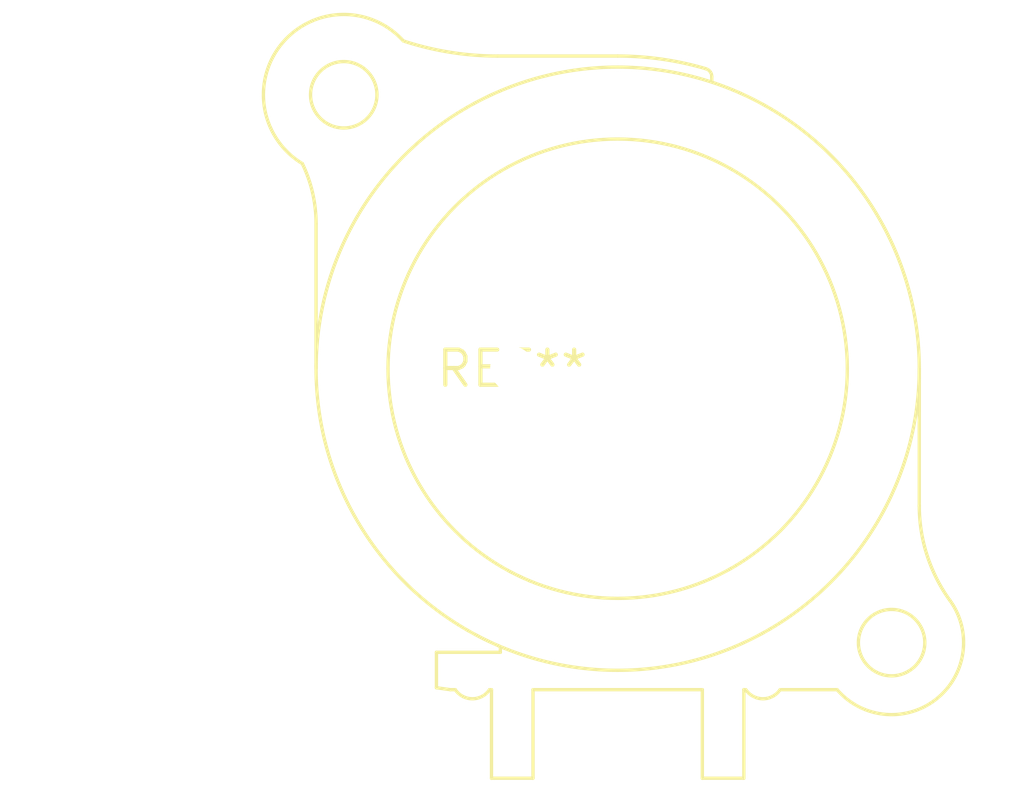
<source format=kicad_pcb>
(kicad_pcb (version 20240108) (generator pcbnew)
  (layers (0 "F.Cu" signal) (31 "B.Cu" signal) (34 "B.Paste" user) (35 "F.Paste" user) (36 "B.SilkS" user "B.Silkscreen") (37 "F.SilkS" user "F.Silkscreen") (38 "B.Mask" user) (39 "F.Mask" user) (44 "Edge.Cuts" user))
  (net 0 "")
  (footprint "Jack_XLR_Neutrik_NC3MAAV-1_Vertical" (layer "F.Cu") (at 0 0)
    (property "Reference" "REF**")
    (property "Value" "Jack_XLR_Neutrik_NC3MAAV-1_Vertical")
    (fp_line (start -7.09 -5.24) (end -7.09 0) (layer "F.SilkS") (stroke (width 0.12)))
    (fp_line (start -2.74 11.53) (end -2.74 10.25) (layer "F.SilkS") (stroke (width 0.12)))
    (fp_line (start -2.74 11.53) (end -2.24 11.6) (layer "F.SilkS") (stroke (width 0.12)))
    (fp_line (start -2.24 11.6) (end -2.06 11.6) (layer "F.SilkS") (stroke (width 0.12)))
    (fp_line (start -0.75 11.6) (end -0.82 11.6) (layer "F.SilkS") (stroke (width 0.12)))
    (fp_line (start -0.75 11.6) (end -0.75 14.8) (layer "F.SilkS") (stroke (width 0.12)))
    (fp_line (start -0.43 10.25) (end -2.74 10.25) (layer "F.SilkS") (stroke (width 0.12)))
    (fp_line (start -0.43 10.25) (end -0.43 10.05) (layer "F.SilkS") (stroke (width 0.12)))
    (fp_line (start 0.75 11.6) (end 0.75 14.8) (layer "F.SilkS") (stroke (width 0.12)))
    (fp_line (start 0.75 11.6) (end 6.87 11.6) (layer "F.SilkS") (stroke (width 0.12)))
    (fp_line (start 0.75 14.8) (end -0.75 14.8) (layer "F.SilkS") (stroke (width 0.12)))
    (fp_line (start 3.81 -11.3) (end -0.53 -11.3) (layer "F.SilkS") (stroke (width 0.12)))
    (fp_line (start 6.87 11.6) (end 6.87 14.8) (layer "F.SilkS") (stroke (width 0.12)))
    (fp_line (start 7.21 -10.36) (end 7.21 -10.55) (layer "F.SilkS") (stroke (width 0.12)))
    (fp_line (start 8.37 11.6) (end 8.37 14.8) (layer "F.SilkS") (stroke (width 0.12)))
    (fp_line (start 8.37 11.6) (end 8.44 11.6) (layer "F.SilkS") (stroke (width 0.12)))
    (fp_line (start 8.37 14.8) (end 6.87 14.8) (layer "F.SilkS") (stroke (width 0.12)))
    (fp_line (start 9.68 11.6) (end 11.74 11.6) (layer "F.SilkS") (stroke (width 0.12)))
    (fp_line (start 14.71 4.95) (end 14.71 0) (layer "F.SilkS") (stroke (width 0.12)))
    (fp_arc (start -7.588965 -7.414421) (mid -8.331551 -11.74403) (end -3.94 -11.85) (layer "F.SilkS") (stroke (width 0.12)))
    (fp_arc (start -7.584615 -7.408295) (mid -7.215222 -6.351997) (end -7.09 -5.24) (layer "F.SilkS") (stroke (width 0.12)))
    (fp_arc (start -0.820521 11.600769) (mid -1.440464 11.928866) (end -2.06 11.6) (layer "F.SilkS") (stroke (width 0.12)))
    (fp_arc (start -0.53 -11.3) (mid -2.253923 -11.43719) (end -3.934451 -11.845305) (layer "F.SilkS") (stroke (width 0.12)))
    (fp_arc (start 3.81 -11.3) (mid 5.421707 -11.184471) (end 7.000458 -10.840248) (layer "F.SilkS") (stroke (width 0.12)))
    (fp_arc (start 7.004232 -10.837678) (mid 7.156013 -10.728814) (end 7.21 -10.55) (layer "F.SilkS") (stroke (width 0.12)))
    (fp_arc (start 9.679479 11.600769) (mid 9.059536 11.928866) (end 8.44 11.6) (layer "F.SilkS") (stroke (width 0.12)))
    (fp_arc (start 15.815277 8.372002) (mid 14.993173 6.748036) (end 14.71 4.95) (layer "F.SilkS") (stroke (width 0.12)))
    (fp_arc (start 15.815343 8.370807) (mid 15.326014 11.93946) (end 11.74 11.6) (layer "F.SilkS") (stroke (width 0.12)))
    (fp_circle (center -6.09 -9.9) (end -4.89 -9.9) (layer "F.SilkS") (stroke (width 0.12)) (fill none))
    (fp_circle (center 3.81 0) (end 12.11 0) (layer "F.SilkS") (stroke (width 0.12)) (fill none))
    (fp_circle (center 3.81 0) (end 14.71 0) (layer "F.SilkS") (stroke (width 0.12)) (fill none))
    (fp_circle (center 13.71 9.9) (end 14.91 9.9) (layer "F.SilkS") (stroke (width 0.12)) (fill none))
    (pad "1" thru_hole circle (at 0 0) (size 3.4 3.4) (drill 1.6) (layers *.Cu *.Mask) (remove_unused_layers))
    (pad "2" thru_hole circle (at 7.62 0) (size 3.4 3.4) (drill 1.6) (layers *.Cu *.Mask) (remove_unused_layers))
    (pad "3" thru_hole circle (at 3.81 3.81) (size 3.4 3.4) (drill 1.6) (layers *.Cu *.Mask) (remove_unused_layers))
  )
)
</source>
